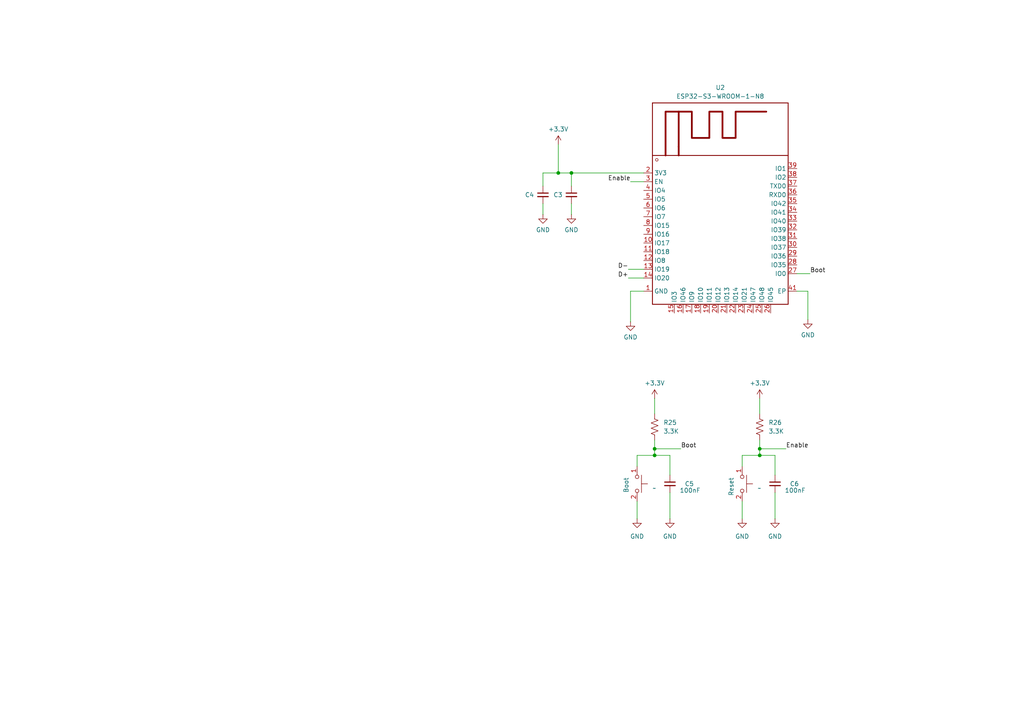
<source format=kicad_sch>
(kicad_sch
	(version 20250114)
	(generator "eeschema")
	(generator_version "9.0")
	(uuid "eb996678-a12a-498b-a94b-0188612896e1")
	(paper "A4")
	(lib_symbols
		(symbol "Device:C_Small"
			(pin_numbers
				(hide yes)
			)
			(pin_names
				(offset 0.254)
				(hide yes)
			)
			(exclude_from_sim no)
			(in_bom yes)
			(on_board yes)
			(property "Reference" "C"
				(at 0.254 1.778 0)
				(effects
					(font
						(size 1.27 1.27)
					)
					(justify left)
				)
			)
			(property "Value" "C_Small"
				(at 0.254 -2.032 0)
				(effects
					(font
						(size 1.27 1.27)
					)
					(justify left)
				)
			)
			(property "Footprint" ""
				(at 0 0 0)
				(effects
					(font
						(size 1.27 1.27)
					)
					(hide yes)
				)
			)
			(property "Datasheet" "~"
				(at 0 0 0)
				(effects
					(font
						(size 1.27 1.27)
					)
					(hide yes)
				)
			)
			(property "Description" "Unpolarized capacitor, small symbol"
				(at 0 0 0)
				(effects
					(font
						(size 1.27 1.27)
					)
					(hide yes)
				)
			)
			(property "ki_keywords" "capacitor cap"
				(at 0 0 0)
				(effects
					(font
						(size 1.27 1.27)
					)
					(hide yes)
				)
			)
			(property "ki_fp_filters" "C_*"
				(at 0 0 0)
				(effects
					(font
						(size 1.27 1.27)
					)
					(hide yes)
				)
			)
			(symbol "C_Small_0_1"
				(polyline
					(pts
						(xy -1.524 0.508) (xy 1.524 0.508)
					)
					(stroke
						(width 0.3048)
						(type default)
					)
					(fill
						(type none)
					)
				)
				(polyline
					(pts
						(xy -1.524 -0.508) (xy 1.524 -0.508)
					)
					(stroke
						(width 0.3302)
						(type default)
					)
					(fill
						(type none)
					)
				)
			)
			(symbol "C_Small_1_1"
				(pin passive line
					(at 0 2.54 270)
					(length 2.032)
					(name "~"
						(effects
							(font
								(size 1.27 1.27)
							)
						)
					)
					(number "1"
						(effects
							(font
								(size 1.27 1.27)
							)
						)
					)
				)
				(pin passive line
					(at 0 -2.54 90)
					(length 2.032)
					(name "~"
						(effects
							(font
								(size 1.27 1.27)
							)
						)
					)
					(number "2"
						(effects
							(font
								(size 1.27 1.27)
							)
						)
					)
				)
			)
			(embedded_fonts no)
		)
		(symbol "Device:R_US"
			(pin_numbers
				(hide yes)
			)
			(pin_names
				(offset 0)
			)
			(exclude_from_sim no)
			(in_bom yes)
			(on_board yes)
			(property "Reference" "R"
				(at 2.54 0 90)
				(effects
					(font
						(size 1.27 1.27)
					)
				)
			)
			(property "Value" "R_US"
				(at -2.54 0 90)
				(effects
					(font
						(size 1.27 1.27)
					)
				)
			)
			(property "Footprint" ""
				(at 1.016 -0.254 90)
				(effects
					(font
						(size 1.27 1.27)
					)
					(hide yes)
				)
			)
			(property "Datasheet" "~"
				(at 0 0 0)
				(effects
					(font
						(size 1.27 1.27)
					)
					(hide yes)
				)
			)
			(property "Description" "Resistor, US symbol"
				(at 0 0 0)
				(effects
					(font
						(size 1.27 1.27)
					)
					(hide yes)
				)
			)
			(property "ki_keywords" "R res resistor"
				(at 0 0 0)
				(effects
					(font
						(size 1.27 1.27)
					)
					(hide yes)
				)
			)
			(property "ki_fp_filters" "R_*"
				(at 0 0 0)
				(effects
					(font
						(size 1.27 1.27)
					)
					(hide yes)
				)
			)
			(symbol "R_US_0_1"
				(polyline
					(pts
						(xy 0 2.286) (xy 0 2.54)
					)
					(stroke
						(width 0)
						(type default)
					)
					(fill
						(type none)
					)
				)
				(polyline
					(pts
						(xy 0 2.286) (xy 1.016 1.905) (xy 0 1.524) (xy -1.016 1.143) (xy 0 0.762)
					)
					(stroke
						(width 0)
						(type default)
					)
					(fill
						(type none)
					)
				)
				(polyline
					(pts
						(xy 0 0.762) (xy 1.016 0.381) (xy 0 0) (xy -1.016 -0.381) (xy 0 -0.762)
					)
					(stroke
						(width 0)
						(type default)
					)
					(fill
						(type none)
					)
				)
				(polyline
					(pts
						(xy 0 -0.762) (xy 1.016 -1.143) (xy 0 -1.524) (xy -1.016 -1.905) (xy 0 -2.286)
					)
					(stroke
						(width 0)
						(type default)
					)
					(fill
						(type none)
					)
				)
				(polyline
					(pts
						(xy 0 -2.286) (xy 0 -2.54)
					)
					(stroke
						(width 0)
						(type default)
					)
					(fill
						(type none)
					)
				)
			)
			(symbol "R_US_1_1"
				(pin passive line
					(at 0 3.81 270)
					(length 1.27)
					(name "~"
						(effects
							(font
								(size 1.27 1.27)
							)
						)
					)
					(number "1"
						(effects
							(font
								(size 1.27 1.27)
							)
						)
					)
				)
				(pin passive line
					(at 0 -3.81 90)
					(length 1.27)
					(name "~"
						(effects
							(font
								(size 1.27 1.27)
							)
						)
					)
					(number "2"
						(effects
							(font
								(size 1.27 1.27)
							)
						)
					)
				)
			)
			(embedded_fonts no)
		)
		(symbol "JuanDavid_Library:ESP32-S3-WROOM-1-N8"
			(exclude_from_sim no)
			(in_bom yes)
			(on_board yes)
			(property "Reference" "U"
				(at 1.905 34.29 0)
				(effects
					(font
						(size 1.27 1.27)
					)
				)
			)
			(property "Value" "ESP32-S3-WROOM-1-N8"
				(at 0.635 -43.18 0)
				(effects
					(font
						(size 1.27 1.27)
					)
				)
			)
			(property "Footprint" "JuanDavid_Library:WIFIM-SMD_ESP32-S3-WROOM-1-N8"
				(at 0.635 -45.72 0)
				(effects
					(font
						(size 1.27 1.27)
					)
					(hide yes)
				)
			)
			(property "Datasheet" ""
				(at 0 0 0)
				(effects
					(font
						(size 1.27 1.27)
					)
					(hide yes)
				)
			)
			(property "Description" ""
				(at 0 0 0)
				(effects
					(font
						(size 1.27 1.27)
					)
					(hide yes)
				)
			)
			(property "LCSC Part" "C2913198"
				(at 0.635 -48.26 0)
				(effects
					(font
						(size 1.27 1.27)
					)
					(hide yes)
				)
			)
			(symbol "ESP32-S3-WROOM-1-N8_0_1"
				(circle
					(center -19.05 13.97)
					(radius 0.38)
					(stroke
						(width 0)
						(type default)
					)
					(fill
						(type none)
					)
				)
				(pin unspecified line
					(at -22.86 10.16 0)
					(length 2.54)
					(name "3V3"
						(effects
							(font
								(size 1.27 1.27)
							)
						)
					)
					(number "2"
						(effects
							(font
								(size 1.27 1.27)
							)
						)
					)
				)
				(pin unspecified line
					(at -22.86 7.62 0)
					(length 2.54)
					(name "EN"
						(effects
							(font
								(size 1.27 1.27)
							)
						)
					)
					(number "3"
						(effects
							(font
								(size 1.27 1.27)
							)
						)
					)
				)
				(pin unspecified line
					(at -22.86 5.08 0)
					(length 2.54)
					(name "IO4"
						(effects
							(font
								(size 1.27 1.27)
							)
						)
					)
					(number "4"
						(effects
							(font
								(size 1.27 1.27)
							)
						)
					)
				)
				(pin unspecified line
					(at -22.86 2.54 0)
					(length 2.54)
					(name "IO5"
						(effects
							(font
								(size 1.27 1.27)
							)
						)
					)
					(number "5"
						(effects
							(font
								(size 1.27 1.27)
							)
						)
					)
				)
				(pin unspecified line
					(at -22.86 0 0)
					(length 2.54)
					(name "IO6"
						(effects
							(font
								(size 1.27 1.27)
							)
						)
					)
					(number "6"
						(effects
							(font
								(size 1.27 1.27)
							)
						)
					)
				)
				(pin unspecified line
					(at -22.86 -2.54 0)
					(length 2.54)
					(name "IO7"
						(effects
							(font
								(size 1.27 1.27)
							)
						)
					)
					(number "7"
						(effects
							(font
								(size 1.27 1.27)
							)
						)
					)
				)
				(pin unspecified line
					(at -22.86 -5.08 0)
					(length 2.54)
					(name "IO15"
						(effects
							(font
								(size 1.27 1.27)
							)
						)
					)
					(number "8"
						(effects
							(font
								(size 1.27 1.27)
							)
						)
					)
				)
				(pin unspecified line
					(at -22.86 -7.62 0)
					(length 2.54)
					(name "IO16"
						(effects
							(font
								(size 1.27 1.27)
							)
						)
					)
					(number "9"
						(effects
							(font
								(size 1.27 1.27)
							)
						)
					)
				)
				(pin unspecified line
					(at -22.86 -10.16 0)
					(length 2.54)
					(name "IO17"
						(effects
							(font
								(size 1.27 1.27)
							)
						)
					)
					(number "10"
						(effects
							(font
								(size 1.27 1.27)
							)
						)
					)
				)
				(pin unspecified line
					(at -22.86 -12.7 0)
					(length 2.54)
					(name "IO18"
						(effects
							(font
								(size 1.27 1.27)
							)
						)
					)
					(number "11"
						(effects
							(font
								(size 1.27 1.27)
							)
						)
					)
				)
				(pin unspecified line
					(at -22.86 -15.24 0)
					(length 2.54)
					(name "IO8"
						(effects
							(font
								(size 1.27 1.27)
							)
						)
					)
					(number "12"
						(effects
							(font
								(size 1.27 1.27)
							)
						)
					)
				)
				(pin unspecified line
					(at -22.86 -17.78 0)
					(length 2.54)
					(name "IO19"
						(effects
							(font
								(size 1.27 1.27)
							)
						)
					)
					(number "13"
						(effects
							(font
								(size 1.27 1.27)
							)
						)
					)
				)
				(pin unspecified line
					(at -22.86 -20.32 0)
					(length 2.54)
					(name "IO20"
						(effects
							(font
								(size 1.27 1.27)
							)
						)
					)
					(number "14"
						(effects
							(font
								(size 1.27 1.27)
							)
						)
					)
				)
				(pin unspecified line
					(at -22.86 -24.13 0)
					(length 2.54)
					(name "GND"
						(effects
							(font
								(size 1.27 1.27)
							)
						)
					)
					(number "1"
						(effects
							(font
								(size 1.27 1.27)
							)
						)
					)
				)
				(pin unspecified line
					(at -13.97 -30.48 90)
					(length 2.54)
					(name "IO3"
						(effects
							(font
								(size 1.27 1.27)
							)
						)
					)
					(number "15"
						(effects
							(font
								(size 1.27 1.27)
							)
						)
					)
				)
				(pin unspecified line
					(at -11.43 -30.48 90)
					(length 2.54)
					(name "IO46"
						(effects
							(font
								(size 1.27 1.27)
							)
						)
					)
					(number "16"
						(effects
							(font
								(size 1.27 1.27)
							)
						)
					)
				)
				(pin unspecified line
					(at -8.89 -30.48 90)
					(length 2.54)
					(name "IO9"
						(effects
							(font
								(size 1.27 1.27)
							)
						)
					)
					(number "17"
						(effects
							(font
								(size 1.27 1.27)
							)
						)
					)
				)
				(pin unspecified line
					(at -6.35 -30.48 90)
					(length 2.54)
					(name "IO10"
						(effects
							(font
								(size 1.27 1.27)
							)
						)
					)
					(number "18"
						(effects
							(font
								(size 1.27 1.27)
							)
						)
					)
				)
				(pin unspecified line
					(at -3.81 -30.48 90)
					(length 2.54)
					(name "IO11"
						(effects
							(font
								(size 1.27 1.27)
							)
						)
					)
					(number "19"
						(effects
							(font
								(size 1.27 1.27)
							)
						)
					)
				)
				(pin unspecified line
					(at -1.27 -30.48 90)
					(length 2.54)
					(name "IO12"
						(effects
							(font
								(size 1.27 1.27)
							)
						)
					)
					(number "20"
						(effects
							(font
								(size 1.27 1.27)
							)
						)
					)
				)
				(pin unspecified line
					(at 1.27 -30.48 90)
					(length 2.54)
					(name "IO13"
						(effects
							(font
								(size 1.27 1.27)
							)
						)
					)
					(number "21"
						(effects
							(font
								(size 1.27 1.27)
							)
						)
					)
				)
				(pin unspecified line
					(at 3.81 -30.48 90)
					(length 2.54)
					(name "IO14"
						(effects
							(font
								(size 1.27 1.27)
							)
						)
					)
					(number "22"
						(effects
							(font
								(size 1.27 1.27)
							)
						)
					)
				)
				(pin unspecified line
					(at 6.35 -30.48 90)
					(length 2.54)
					(name "IO21"
						(effects
							(font
								(size 1.27 1.27)
							)
						)
					)
					(number "23"
						(effects
							(font
								(size 1.27 1.27)
							)
						)
					)
				)
				(pin unspecified line
					(at 8.89 -30.48 90)
					(length 2.54)
					(name "IO47"
						(effects
							(font
								(size 1.27 1.27)
							)
						)
					)
					(number "24"
						(effects
							(font
								(size 1.27 1.27)
							)
						)
					)
				)
				(pin unspecified line
					(at 11.43 -30.48 90)
					(length 2.54)
					(name "IO48"
						(effects
							(font
								(size 1.27 1.27)
							)
						)
					)
					(number "25"
						(effects
							(font
								(size 1.27 1.27)
							)
						)
					)
				)
				(pin unspecified line
					(at 13.97 -30.48 90)
					(length 2.54)
					(name "IO45"
						(effects
							(font
								(size 1.27 1.27)
							)
						)
					)
					(number "26"
						(effects
							(font
								(size 1.27 1.27)
							)
						)
					)
				)
				(pin unspecified line
					(at 21.59 11.43 180)
					(length 2.54)
					(name "IO1"
						(effects
							(font
								(size 1.27 1.27)
							)
						)
					)
					(number "39"
						(effects
							(font
								(size 1.27 1.27)
							)
						)
					)
				)
				(pin unspecified line
					(at 21.59 8.89 180)
					(length 2.54)
					(name "IO2"
						(effects
							(font
								(size 1.27 1.27)
							)
						)
					)
					(number "38"
						(effects
							(font
								(size 1.27 1.27)
							)
						)
					)
				)
				(pin unspecified line
					(at 21.59 6.35 180)
					(length 2.54)
					(name "TXD0"
						(effects
							(font
								(size 1.27 1.27)
							)
						)
					)
					(number "37"
						(effects
							(font
								(size 1.27 1.27)
							)
						)
					)
				)
				(pin unspecified line
					(at 21.59 3.81 180)
					(length 2.54)
					(name "RXD0"
						(effects
							(font
								(size 1.27 1.27)
							)
						)
					)
					(number "36"
						(effects
							(font
								(size 1.27 1.27)
							)
						)
					)
				)
				(pin unspecified line
					(at 21.59 1.27 180)
					(length 2.54)
					(name "IO42"
						(effects
							(font
								(size 1.27 1.27)
							)
						)
					)
					(number "35"
						(effects
							(font
								(size 1.27 1.27)
							)
						)
					)
				)
				(pin unspecified line
					(at 21.59 -1.27 180)
					(length 2.54)
					(name "IO41"
						(effects
							(font
								(size 1.27 1.27)
							)
						)
					)
					(number "34"
						(effects
							(font
								(size 1.27 1.27)
							)
						)
					)
				)
				(pin unspecified line
					(at 21.59 -3.81 180)
					(length 2.54)
					(name "IO40"
						(effects
							(font
								(size 1.27 1.27)
							)
						)
					)
					(number "33"
						(effects
							(font
								(size 1.27 1.27)
							)
						)
					)
				)
				(pin unspecified line
					(at 21.59 -6.35 180)
					(length 2.54)
					(name "IO39"
						(effects
							(font
								(size 1.27 1.27)
							)
						)
					)
					(number "32"
						(effects
							(font
								(size 1.27 1.27)
							)
						)
					)
				)
				(pin unspecified line
					(at 21.59 -8.89 180)
					(length 2.54)
					(name "IO38"
						(effects
							(font
								(size 1.27 1.27)
							)
						)
					)
					(number "31"
						(effects
							(font
								(size 1.27 1.27)
							)
						)
					)
				)
				(pin unspecified line
					(at 21.59 -11.43 180)
					(length 2.54)
					(name "IO37"
						(effects
							(font
								(size 1.27 1.27)
							)
						)
					)
					(number "30"
						(effects
							(font
								(size 1.27 1.27)
							)
						)
					)
				)
				(pin unspecified line
					(at 21.59 -13.97 180)
					(length 2.54)
					(name "IO36"
						(effects
							(font
								(size 1.27 1.27)
							)
						)
					)
					(number "29"
						(effects
							(font
								(size 1.27 1.27)
							)
						)
					)
				)
				(pin unspecified line
					(at 21.59 -16.51 180)
					(length 2.54)
					(name "IO35"
						(effects
							(font
								(size 1.27 1.27)
							)
						)
					)
					(number "28"
						(effects
							(font
								(size 1.27 1.27)
							)
						)
					)
				)
				(pin unspecified line
					(at 21.59 -19.05 180)
					(length 2.54)
					(name "IO0"
						(effects
							(font
								(size 1.27 1.27)
							)
						)
					)
					(number "27"
						(effects
							(font
								(size 1.27 1.27)
							)
						)
					)
				)
				(pin unspecified line
					(at 21.59 -24.13 180)
					(length 2.54)
					(name "EP"
						(effects
							(font
								(size 1.27 1.27)
							)
						)
					)
					(number "41"
						(effects
							(font
								(size 1.27 1.27)
							)
						)
					)
				)
			)
			(symbol "ESP32-S3-WROOM-1-N8_1_1"
				(rectangle
					(start -20.32 30.48)
					(end 19.05 -27.94)
					(stroke
						(width 0.254)
						(type solid)
					)
					(fill
						(type none)
					)
				)
				(polyline
					(pts
						(xy -20.32 15.24) (xy 19.05 15.24)
					)
					(stroke
						(width 0.254)
						(type solid)
					)
					(fill
						(type none)
					)
				)
				(polyline
					(pts
						(xy -16.51 15.24) (xy -16.51 27.94) (xy -8.89 27.94) (xy -8.89 20.32) (xy -3.81 20.32) (xy -3.81 27.94)
						(xy 0 27.94) (xy 0 20.32) (xy 3.81 20.32) (xy 3.81 27.94) (xy 12.7 27.94)
					)
					(stroke
						(width 0.508)
						(type solid)
					)
					(fill
						(type none)
					)
				)
				(polyline
					(pts
						(xy -12.7 17.78) (xy -12.7 27.94)
					)
					(stroke
						(width 0.508)
						(type solid)
					)
					(fill
						(type none)
					)
				)
				(polyline
					(pts
						(xy -12.7 17.78) (xy -12.7 15.24)
					)
					(stroke
						(width 0.508)
						(type solid)
					)
					(fill
						(type none)
					)
				)
				(pin unspecified line
					(at -22.86 -24.13 0)
					(length 2.54)
					(hide yes)
					(name "GND"
						(effects
							(font
								(size 1.27 1.27)
							)
						)
					)
					(number "40"
						(effects
							(font
								(size 1.27 1.27)
							)
						)
					)
				)
			)
			(embedded_fonts no)
		)
		(symbol "JuanDavid_Library:SlimButton"
			(exclude_from_sim no)
			(in_bom yes)
			(on_board yes)
			(property "Reference" "B"
				(at 0 5.08 0)
				(effects
					(font
						(size 1.27 1.27)
					)
				)
			)
			(property "Value" ""
				(at 0 0 0)
				(effects
					(font
						(size 1.27 1.27)
					)
				)
			)
			(property "Footprint" "JuanDavid_Library:SW-SMD_L3.9-W2.9-LS4.8"
				(at 2.54 -2.54 0)
				(effects
					(font
						(size 1.27 1.27)
					)
					(hide yes)
				)
			)
			(property "Datasheet" ""
				(at 0 0 0)
				(effects
					(font
						(size 1.27 1.27)
					)
					(hide yes)
				)
			)
			(property "Description" "No Without 50mA 3.9mm 100MΩ 100,000 Times 12V 400gf 2.9mm 2mm Round Button Brick nogging SPST SMD Tactile Switches ROHS"
				(at 2.54 -7.62 0)
				(effects
					(font
						(size 1.27 1.27)
					)
					(hide yes)
				)
			)
			(property "LCSC Part" "C2837082"
				(at 0 -5.08 0)
				(effects
					(font
						(size 1.27 1.27)
					)
					(hide yes)
				)
			)
			(property "Name" "GT-TC029D-H020-L1"
				(at 1.27 -10.16 0)
				(effects
					(font
						(size 1.27 1.27)
					)
					(hide yes)
				)
			)
			(symbol "SlimButton_0_1"
				(circle
					(center -2.032 0)
					(radius 0.508)
					(stroke
						(width 0)
						(type default)
					)
					(fill
						(type none)
					)
				)
				(polyline
					(pts
						(xy 0 1.27) (xy 0 3.048)
					)
					(stroke
						(width 0)
						(type default)
					)
					(fill
						(type none)
					)
				)
				(circle
					(center 2.032 0)
					(radius 0.508)
					(stroke
						(width 0)
						(type default)
					)
					(fill
						(type none)
					)
				)
				(polyline
					(pts
						(xy 2.54 1.27) (xy -2.54 1.27)
					)
					(stroke
						(width 0)
						(type default)
					)
					(fill
						(type none)
					)
				)
			)
			(symbol "SlimButton_1_1"
				(pin passive line
					(at -5.08 0 0)
					(length 2.54)
					(name ""
						(effects
							(font
								(size 1.27 1.27)
							)
						)
					)
					(number "1"
						(effects
							(font
								(size 1.27 1.27)
							)
						)
					)
				)
				(pin passive line
					(at 5.08 0 180)
					(length 2.54)
					(name ""
						(effects
							(font
								(size 1.27 1.27)
							)
						)
					)
					(number "2"
						(effects
							(font
								(size 1.27 1.27)
							)
						)
					)
				)
			)
			(embedded_fonts no)
		)
		(symbol "power:+3.3V"
			(power)
			(pin_numbers
				(hide yes)
			)
			(pin_names
				(offset 0)
				(hide yes)
			)
			(exclude_from_sim no)
			(in_bom yes)
			(on_board yes)
			(property "Reference" "#PWR"
				(at 0 -3.81 0)
				(effects
					(font
						(size 1.27 1.27)
					)
					(hide yes)
				)
			)
			(property "Value" "+3.3V"
				(at 0 3.556 0)
				(effects
					(font
						(size 1.27 1.27)
					)
				)
			)
			(property "Footprint" ""
				(at 0 0 0)
				(effects
					(font
						(size 1.27 1.27)
					)
					(hide yes)
				)
			)
			(property "Datasheet" ""
				(at 0 0 0)
				(effects
					(font
						(size 1.27 1.27)
					)
					(hide yes)
				)
			)
			(property "Description" "Power symbol creates a global label with name \"+3.3V\""
				(at 0 0 0)
				(effects
					(font
						(size 1.27 1.27)
					)
					(hide yes)
				)
			)
			(property "ki_keywords" "global power"
				(at 0 0 0)
				(effects
					(font
						(size 1.27 1.27)
					)
					(hide yes)
				)
			)
			(symbol "+3.3V_0_1"
				(polyline
					(pts
						(xy -0.762 1.27) (xy 0 2.54)
					)
					(stroke
						(width 0)
						(type default)
					)
					(fill
						(type none)
					)
				)
				(polyline
					(pts
						(xy 0 2.54) (xy 0.762 1.27)
					)
					(stroke
						(width 0)
						(type default)
					)
					(fill
						(type none)
					)
				)
				(polyline
					(pts
						(xy 0 0) (xy 0 2.54)
					)
					(stroke
						(width 0)
						(type default)
					)
					(fill
						(type none)
					)
				)
			)
			(symbol "+3.3V_1_1"
				(pin power_in line
					(at 0 0 90)
					(length 0)
					(name "~"
						(effects
							(font
								(size 1.27 1.27)
							)
						)
					)
					(number "1"
						(effects
							(font
								(size 1.27 1.27)
							)
						)
					)
				)
			)
			(embedded_fonts no)
		)
		(symbol "power:GND"
			(power)
			(pin_numbers
				(hide yes)
			)
			(pin_names
				(offset 0)
				(hide yes)
			)
			(exclude_from_sim no)
			(in_bom yes)
			(on_board yes)
			(property "Reference" "#PWR"
				(at 0 -6.35 0)
				(effects
					(font
						(size 1.27 1.27)
					)
					(hide yes)
				)
			)
			(property "Value" "GND"
				(at 0 -3.81 0)
				(effects
					(font
						(size 1.27 1.27)
					)
				)
			)
			(property "Footprint" ""
				(at 0 0 0)
				(effects
					(font
						(size 1.27 1.27)
					)
					(hide yes)
				)
			)
			(property "Datasheet" ""
				(at 0 0 0)
				(effects
					(font
						(size 1.27 1.27)
					)
					(hide yes)
				)
			)
			(property "Description" "Power symbol creates a global label with name \"GND\" , ground"
				(at 0 0 0)
				(effects
					(font
						(size 1.27 1.27)
					)
					(hide yes)
				)
			)
			(property "ki_keywords" "global power"
				(at 0 0 0)
				(effects
					(font
						(size 1.27 1.27)
					)
					(hide yes)
				)
			)
			(symbol "GND_0_1"
				(polyline
					(pts
						(xy 0 0) (xy 0 -1.27) (xy 1.27 -1.27) (xy 0 -2.54) (xy -1.27 -1.27) (xy 0 -1.27)
					)
					(stroke
						(width 0)
						(type default)
					)
					(fill
						(type none)
					)
				)
			)
			(symbol "GND_1_1"
				(pin power_in line
					(at 0 0 270)
					(length 0)
					(name "~"
						(effects
							(font
								(size 1.27 1.27)
							)
						)
					)
					(number "1"
						(effects
							(font
								(size 1.27 1.27)
							)
						)
					)
				)
			)
			(embedded_fonts no)
		)
	)
	(junction
		(at 165.735 50.165)
		(diameter 0)
		(color 0 0 0 0)
		(uuid "27691387-b999-45fe-85d8-a54fc7da77df")
	)
	(junction
		(at 220.345 132.08)
		(diameter 0)
		(color 0 0 0 0)
		(uuid "6d192a1d-075e-4505-b545-d5e2724be41e")
	)
	(junction
		(at 189.865 130.175)
		(diameter 0)
		(color 0 0 0 0)
		(uuid "6e48e214-c09c-4de3-a40d-688adc402fa2")
	)
	(junction
		(at 189.865 132.08)
		(diameter 0)
		(color 0 0 0 0)
		(uuid "d53f8396-3ed6-4d6d-a7e4-446742cd46cd")
	)
	(junction
		(at 220.345 130.175)
		(diameter 0)
		(color 0 0 0 0)
		(uuid "ea47ce79-068e-49ba-a7cb-abb46b51aa6a")
	)
	(junction
		(at 161.925 50.165)
		(diameter 0)
		(color 0 0 0 0)
		(uuid "ec48197f-30a5-4d5e-8fb1-8ecb7c46b96b")
	)
	(wire
		(pts
			(xy 215.265 145.415) (xy 215.265 150.495)
		)
		(stroke
			(width 0)
			(type default)
		)
		(uuid "0d3bb749-b5c1-427c-a4ee-df5c89577e97")
	)
	(wire
		(pts
			(xy 165.735 59.055) (xy 165.735 62.23)
		)
		(stroke
			(width 0)
			(type default)
		)
		(uuid "0d46d7b6-850e-4f68-8765-384c3b720cc7")
	)
	(wire
		(pts
			(xy 220.345 132.08) (xy 224.79 132.08)
		)
		(stroke
			(width 0)
			(type default)
		)
		(uuid "1648e0c0-021a-4fb5-9df2-9bb7a66167a0")
	)
	(wire
		(pts
			(xy 224.79 142.875) (xy 224.79 150.495)
		)
		(stroke
			(width 0)
			(type default)
		)
		(uuid "1c40120e-a6c9-421e-8a2b-bef65300f920")
	)
	(wire
		(pts
			(xy 220.345 132.08) (xy 215.265 132.08)
		)
		(stroke
			(width 0)
			(type default)
		)
		(uuid "1cec33fe-b91e-499a-89d9-bc7c14d275c5")
	)
	(wire
		(pts
			(xy 182.245 78.105) (xy 186.69 78.105)
		)
		(stroke
			(width 0)
			(type default)
		)
		(uuid "1e664b63-20ea-4046-b893-e7e3691f0318")
	)
	(wire
		(pts
			(xy 161.925 41.91) (xy 161.925 50.165)
		)
		(stroke
			(width 0)
			(type default)
		)
		(uuid "1f743c66-5bf8-430a-aa9b-0d1860b71255")
	)
	(wire
		(pts
			(xy 165.735 50.165) (xy 165.735 53.975)
		)
		(stroke
			(width 0)
			(type default)
		)
		(uuid "212a4930-23f9-491b-85ef-5c07eadf2f07")
	)
	(wire
		(pts
			(xy 220.345 130.175) (xy 220.345 132.08)
		)
		(stroke
			(width 0)
			(type default)
		)
		(uuid "230ccf40-f53a-47e4-8765-415c06605dbb")
	)
	(wire
		(pts
			(xy 220.345 130.175) (xy 227.965 130.175)
		)
		(stroke
			(width 0)
			(type default)
		)
		(uuid "235281b8-ade2-43c4-9e2d-b298419ad8fe")
	)
	(wire
		(pts
			(xy 182.88 84.455) (xy 182.88 93.345)
		)
		(stroke
			(width 0)
			(type default)
		)
		(uuid "2f3ef47b-64c4-49e2-b690-60e4e22c6941")
	)
	(wire
		(pts
			(xy 231.14 84.455) (xy 234.315 84.455)
		)
		(stroke
			(width 0)
			(type default)
		)
		(uuid "2fe94e97-a6c8-475d-abef-15b9af7475c0")
	)
	(wire
		(pts
			(xy 220.345 127.635) (xy 220.345 130.175)
		)
		(stroke
			(width 0)
			(type default)
		)
		(uuid "37a11f1a-6f85-4df1-b1ef-d0054678e9c9")
	)
	(wire
		(pts
			(xy 220.345 115.57) (xy 220.345 120.015)
		)
		(stroke
			(width 0)
			(type default)
		)
		(uuid "474e503a-4171-4b9b-9c1c-a544e65c9788")
	)
	(wire
		(pts
			(xy 189.865 130.175) (xy 197.485 130.175)
		)
		(stroke
			(width 0)
			(type default)
		)
		(uuid "517436c7-bd38-42f7-b504-653e8ea8d8d8")
	)
	(wire
		(pts
			(xy 182.88 52.705) (xy 186.69 52.705)
		)
		(stroke
			(width 0)
			(type default)
		)
		(uuid "62bb79e9-46eb-43bc-8161-b56e6a3b4130")
	)
	(wire
		(pts
			(xy 161.925 50.165) (xy 165.735 50.165)
		)
		(stroke
			(width 0)
			(type default)
		)
		(uuid "6c6e4fda-6e11-4910-ab92-ae6c98047533")
	)
	(wire
		(pts
			(xy 157.48 59.055) (xy 157.48 62.23)
		)
		(stroke
			(width 0)
			(type default)
		)
		(uuid "7114c17e-d316-49c7-889f-5e927ebbc5df")
	)
	(wire
		(pts
			(xy 157.48 53.975) (xy 157.48 50.165)
		)
		(stroke
			(width 0)
			(type default)
		)
		(uuid "745109d1-e6ff-48c5-a887-a397bc909cc8")
	)
	(wire
		(pts
			(xy 184.785 132.08) (xy 184.785 135.255)
		)
		(stroke
			(width 0)
			(type default)
		)
		(uuid "79fa8352-0362-491b-a42d-8512a41e3d31")
	)
	(wire
		(pts
			(xy 186.69 84.455) (xy 182.88 84.455)
		)
		(stroke
			(width 0)
			(type default)
		)
		(uuid "7bbc1b79-64ce-4240-8809-e95dfef10911")
	)
	(wire
		(pts
			(xy 189.865 132.08) (xy 194.31 132.08)
		)
		(stroke
			(width 0)
			(type default)
		)
		(uuid "7ca464e3-2bd7-4cdb-8f25-db0df4dca81c")
	)
	(wire
		(pts
			(xy 234.315 84.455) (xy 234.315 92.71)
		)
		(stroke
			(width 0)
			(type default)
		)
		(uuid "83c59983-5b66-44fd-b678-4c84f774ad31")
	)
	(wire
		(pts
			(xy 189.865 130.175) (xy 189.865 132.08)
		)
		(stroke
			(width 0)
			(type default)
		)
		(uuid "8500dbea-9be4-4656-928a-881d141affc7")
	)
	(wire
		(pts
			(xy 215.265 132.08) (xy 215.265 135.255)
		)
		(stroke
			(width 0)
			(type default)
		)
		(uuid "9a5bca5f-5cf5-4843-90cf-e76bdf01128f")
	)
	(wire
		(pts
			(xy 161.925 50.165) (xy 157.48 50.165)
		)
		(stroke
			(width 0)
			(type default)
		)
		(uuid "9f441698-e553-4956-858f-2c4129377bea")
	)
	(wire
		(pts
			(xy 182.245 80.645) (xy 186.69 80.645)
		)
		(stroke
			(width 0)
			(type default)
		)
		(uuid "a52759a4-e48f-426e-9dd9-2e1407164dc6")
	)
	(wire
		(pts
			(xy 165.735 50.165) (xy 186.69 50.165)
		)
		(stroke
			(width 0)
			(type default)
		)
		(uuid "a706d37e-6fc8-4d1a-b09b-66788d3711a2")
	)
	(wire
		(pts
			(xy 194.31 137.795) (xy 194.31 132.08)
		)
		(stroke
			(width 0)
			(type default)
		)
		(uuid "ae7f0901-2963-4442-9392-ecc6c3e7cf99")
	)
	(wire
		(pts
			(xy 189.865 115.57) (xy 189.865 120.015)
		)
		(stroke
			(width 0)
			(type default)
		)
		(uuid "bd32fcde-16ef-4157-9370-2d949ac24395")
	)
	(wire
		(pts
			(xy 224.79 137.795) (xy 224.79 132.08)
		)
		(stroke
			(width 0)
			(type default)
		)
		(uuid "c67d5bea-0434-465d-a223-eae66ed0a743")
	)
	(wire
		(pts
			(xy 189.865 127.635) (xy 189.865 130.175)
		)
		(stroke
			(width 0)
			(type default)
		)
		(uuid "c955c86e-45fb-47ab-bec2-5f9adacaf31b")
	)
	(wire
		(pts
			(xy 189.865 132.08) (xy 184.785 132.08)
		)
		(stroke
			(width 0)
			(type default)
		)
		(uuid "cd8c596c-bab8-4281-9884-1950bc6cd02f")
	)
	(wire
		(pts
			(xy 231.14 79.375) (xy 234.95 79.375)
		)
		(stroke
			(width 0)
			(type default)
		)
		(uuid "d3cc1bc8-7b95-4570-b420-7c2019f5d95f")
	)
	(wire
		(pts
			(xy 184.785 145.415) (xy 184.785 150.495)
		)
		(stroke
			(width 0)
			(type default)
		)
		(uuid "dc9a395d-3502-4688-83ae-5a6f115f3904")
	)
	(wire
		(pts
			(xy 194.31 142.875) (xy 194.31 150.495)
		)
		(stroke
			(width 0)
			(type default)
		)
		(uuid "f8f76886-0cd6-4d59-aaee-6d02c6ac9d1a")
	)
	(label "Boot"
		(at 197.485 130.175 0)
		(effects
			(font
				(size 1.27 1.27)
			)
			(justify left bottom)
		)
		(uuid "1d2e88df-bc0f-4523-9363-83f84ad49910")
	)
	(label "Enable"
		(at 182.88 52.705 180)
		(effects
			(font
				(size 1.27 1.27)
			)
			(justify right bottom)
		)
		(uuid "7f533864-f295-4e52-93d0-1e95f153481b")
	)
	(label "D-"
		(at 182.245 78.105 180)
		(effects
			(font
				(size 1.27 1.27)
			)
			(justify right bottom)
		)
		(uuid "bdfb5869-c17f-447c-9935-995c2da661f4")
	)
	(label "D+"
		(at 182.245 80.645 180)
		(effects
			(font
				(size 1.27 1.27)
			)
			(justify right bottom)
		)
		(uuid "f004c7fc-7ac7-43d8-b2a6-2f7df8f08e5a")
	)
	(label "Boot"
		(at 234.95 79.375 0)
		(effects
			(font
				(size 1.27 1.27)
			)
			(justify left bottom)
		)
		(uuid "f9b8ec4c-ccee-4a71-a33b-036e884ef94a")
	)
	(label "Enable"
		(at 227.965 130.175 0)
		(effects
			(font
				(size 1.27 1.27)
			)
			(justify left bottom)
		)
		(uuid "fb8382a2-591f-41e3-82a0-c6603e260699")
	)
	(symbol
		(lib_id "Device:C_Small")
		(at 224.79 140.335 0)
		(unit 1)
		(exclude_from_sim no)
		(in_bom yes)
		(on_board yes)
		(dnp no)
		(uuid "03536816-f970-478c-8f2a-6418059af2eb")
		(property "Reference" "C6"
			(at 231.775 140.335 0)
			(effects
				(font
					(size 1.27 1.27)
				)
				(justify right)
			)
		)
		(property "Value" "100nF"
			(at 233.68 142.24 0)
			(effects
				(font
					(size 1.27 1.27)
				)
				(justify right)
			)
		)
		(property "Footprint" ""
			(at 224.79 140.335 0)
			(effects
				(font
					(size 1.27 1.27)
				)
				(hide yes)
			)
		)
		(property "Datasheet" "~"
			(at 224.79 140.335 0)
			(effects
				(font
					(size 1.27 1.27)
				)
				(hide yes)
			)
		)
		(property "Description" "Unpolarized capacitor, small symbol"
			(at 224.79 140.335 0)
			(effects
				(font
					(size 1.27 1.27)
				)
				(hide yes)
			)
		)
		(pin "2"
			(uuid "4a1b5572-3000-4090-837e-106fb140b19c")
		)
		(pin "1"
			(uuid "fe71b82b-13ac-4e03-8745-b43d90357364")
		)
		(instances
			(project "testdelete"
				(path "/174e25dc-8871-455c-9bd2-c4546b03a3b5"
					(reference "C6")
					(unit 1)
				)
			)
		)
	)
	(symbol
		(lib_id "power:+3.3V")
		(at 220.345 115.57 0)
		(unit 1)
		(exclude_from_sim no)
		(in_bom yes)
		(on_board yes)
		(dnp no)
		(fields_autoplaced yes)
		(uuid "1076471d-d3ae-4f32-acf6-5934b1421080")
		(property "Reference" "#PWR07"
			(at 220.345 119.38 0)
			(effects
				(font
					(size 1.27 1.27)
				)
				(hide yes)
			)
		)
		(property "Value" "+3.3V"
			(at 220.345 111.125 0)
			(effects
				(font
					(size 1.27 1.27)
				)
			)
		)
		(property "Footprint" ""
			(at 220.345 115.57 0)
			(effects
				(font
					(size 1.27 1.27)
				)
				(hide yes)
			)
		)
		(property "Datasheet" ""
			(at 220.345 115.57 0)
			(effects
				(font
					(size 1.27 1.27)
				)
				(hide yes)
			)
		)
		(property "Description" "Power symbol creates a global label with name \"+3.3V\""
			(at 220.345 115.57 0)
			(effects
				(font
					(size 1.27 1.27)
				)
				(hide yes)
			)
		)
		(pin "1"
			(uuid "f071c98e-12b9-4d16-b2f7-e853e32b8cf3")
		)
		(instances
			(project "testdelete"
				(path "/174e25dc-8871-455c-9bd2-c4546b03a3b5"
					(reference "#PWR07")
					(unit 1)
				)
			)
		)
	)
	(symbol
		(lib_id "power:GND")
		(at 224.79 150.495 0)
		(unit 1)
		(exclude_from_sim no)
		(in_bom yes)
		(on_board yes)
		(dnp no)
		(fields_autoplaced yes)
		(uuid "1fd514bd-a091-4d43-8f04-f5ea1205b528")
		(property "Reference" "#PWR094"
			(at 224.79 156.845 0)
			(effects
				(font
					(size 1.27 1.27)
				)
				(hide yes)
			)
		)
		(property "Value" "GND"
			(at 224.79 155.575 0)
			(effects
				(font
					(size 1.27 1.27)
				)
			)
		)
		(property "Footprint" ""
			(at 224.79 150.495 0)
			(effects
				(font
					(size 1.27 1.27)
				)
				(hide yes)
			)
		)
		(property "Datasheet" ""
			(at 224.79 150.495 0)
			(effects
				(font
					(size 1.27 1.27)
				)
				(hide yes)
			)
		)
		(property "Description" "Power symbol creates a global label with name \"GND\" , ground"
			(at 224.79 150.495 0)
			(effects
				(font
					(size 1.27 1.27)
				)
				(hide yes)
			)
		)
		(pin "1"
			(uuid "25492462-050e-4d2f-8076-0e319dce9da3")
		)
		(instances
			(project "testdelete"
				(path "/174e25dc-8871-455c-9bd2-c4546b03a3b5"
					(reference "#PWR094")
					(unit 1)
				)
			)
		)
	)
	(symbol
		(lib_id "power:GND")
		(at 215.265 150.495 0)
		(unit 1)
		(exclude_from_sim no)
		(in_bom yes)
		(on_board yes)
		(dnp no)
		(fields_autoplaced yes)
		(uuid "2a9bd5f1-582e-4bfd-8e22-1bac7da7eedd")
		(property "Reference" "#PWR093"
			(at 215.265 156.845 0)
			(effects
				(font
					(size 1.27 1.27)
				)
				(hide yes)
			)
		)
		(property "Value" "GND"
			(at 215.265 155.575 0)
			(effects
				(font
					(size 1.27 1.27)
				)
			)
		)
		(property "Footprint" ""
			(at 215.265 150.495 0)
			(effects
				(font
					(size 1.27 1.27)
				)
				(hide yes)
			)
		)
		(property "Datasheet" ""
			(at 215.265 150.495 0)
			(effects
				(font
					(size 1.27 1.27)
				)
				(hide yes)
			)
		)
		(property "Description" "Power symbol creates a global label with name \"GND\" , ground"
			(at 215.265 150.495 0)
			(effects
				(font
					(size 1.27 1.27)
				)
				(hide yes)
			)
		)
		(pin "1"
			(uuid "3a0a8e70-08c9-4a80-ba83-fbd24ecce4c6")
		)
		(instances
			(project "testdelete"
				(path "/174e25dc-8871-455c-9bd2-c4546b03a3b5"
					(reference "#PWR093")
					(unit 1)
				)
			)
		)
	)
	(symbol
		(lib_id "power:GND")
		(at 157.48 62.23 0)
		(unit 1)
		(exclude_from_sim no)
		(in_bom yes)
		(on_board yes)
		(dnp no)
		(fields_autoplaced yes)
		(uuid "335ea258-6936-42fa-b7b8-74746d6b9f4b")
		(property "Reference" "#PWR01"
			(at 157.48 68.58 0)
			(effects
				(font
					(size 1.27 1.27)
				)
				(hide yes)
			)
		)
		(property "Value" "GND"
			(at 157.48 66.675 0)
			(effects
				(font
					(size 1.27 1.27)
				)
			)
		)
		(property "Footprint" ""
			(at 157.48 62.23 0)
			(effects
				(font
					(size 1.27 1.27)
				)
				(hide yes)
			)
		)
		(property "Datasheet" ""
			(at 157.48 62.23 0)
			(effects
				(font
					(size 1.27 1.27)
				)
				(hide yes)
			)
		)
		(property "Description" "Power symbol creates a global label with name \"GND\" , ground"
			(at 157.48 62.23 0)
			(effects
				(font
					(size 1.27 1.27)
				)
				(hide yes)
			)
		)
		(pin "1"
			(uuid "aadaf95a-08e9-4ed9-91e4-72439a1d0cff")
		)
		(instances
			(project "testdelete"
				(path "/174e25dc-8871-455c-9bd2-c4546b03a3b5"
					(reference "#PWR01")
					(unit 1)
				)
			)
		)
	)
	(symbol
		(lib_id "power:GND")
		(at 165.735 62.23 0)
		(unit 1)
		(exclude_from_sim no)
		(in_bom yes)
		(on_board yes)
		(dnp no)
		(fields_autoplaced yes)
		(uuid "34c089ed-997e-46c1-99ec-90e0bc76ce9b")
		(property "Reference" "#PWR02"
			(at 165.735 68.58 0)
			(effects
				(font
					(size 1.27 1.27)
				)
				(hide yes)
			)
		)
		(property "Value" "GND"
			(at 165.735 66.675 0)
			(effects
				(font
					(size 1.27 1.27)
				)
			)
		)
		(property "Footprint" ""
			(at 165.735 62.23 0)
			(effects
				(font
					(size 1.27 1.27)
				)
				(hide yes)
			)
		)
		(property "Datasheet" ""
			(at 165.735 62.23 0)
			(effects
				(font
					(size 1.27 1.27)
				)
				(hide yes)
			)
		)
		(property "Description" "Power symbol creates a global label with name \"GND\" , ground"
			(at 165.735 62.23 0)
			(effects
				(font
					(size 1.27 1.27)
				)
				(hide yes)
			)
		)
		(pin "1"
			(uuid "3420a4dc-e4ce-4289-959f-9cac8753d204")
		)
		(instances
			(project "testdelete"
				(path "/174e25dc-8871-455c-9bd2-c4546b03a3b5"
					(reference "#PWR02")
					(unit 1)
				)
			)
		)
	)
	(symbol
		(lib_id "JuanDavid_Library:ESP32-S3-WROOM-1-N8")
		(at 209.55 60.325 0)
		(unit 1)
		(exclude_from_sim no)
		(in_bom yes)
		(on_board yes)
		(dnp no)
		(fields_autoplaced yes)
		(uuid "34effc0b-166a-4dd0-94a1-25555b991fac")
		(property "Reference" "U2"
			(at 208.915 25.4 0)
			(effects
				(font
					(size 1.27 1.27)
				)
			)
		)
		(property "Value" "ESP32-S3-WROOM-1-N8"
			(at 208.915 27.94 0)
			(effects
				(font
					(size 1.27 1.27)
				)
			)
		)
		(property "Footprint" "JuanDavid_Library:WIFIM-SMD_ESP32-S3-WROOM-1-N8"
			(at 210.185 106.045 0)
			(effects
				(font
					(size 1.27 1.27)
				)
				(hide yes)
			)
		)
		(property "Datasheet" ""
			(at 209.55 60.325 0)
			(effects
				(font
					(size 1.27 1.27)
				)
				(hide yes)
			)
		)
		(property "Description" ""
			(at 209.55 60.325 0)
			(effects
				(font
					(size 1.27 1.27)
				)
				(hide yes)
			)
		)
		(property "LCSC Part" "C2913198"
			(at 210.185 108.585 0)
			(effects
				(font
					(size 1.27 1.27)
				)
				(hide yes)
			)
		)
		(pin "14"
			(uuid "c05f0766-9fbb-4bc2-b2b8-55c6a5f30e4c")
		)
		(pin "15"
			(uuid "06326008-c243-42bc-afe8-e20f55aabd61")
		)
		(pin "17"
			(uuid "c239b25d-5125-47ec-b2d3-3eb6077ef06a")
		)
		(pin "12"
			(uuid "ed6f76a0-597e-4869-a873-3afbe30662f3")
		)
		(pin "2"
			(uuid "fff8d3f7-0019-4566-a6ea-16f4d541fc52")
		)
		(pin "5"
			(uuid "c9907f4c-b9d7-4f95-a087-8e4db793d659")
		)
		(pin "8"
			(uuid "f18b6787-f8eb-4fb6-8bd2-e9b15143d9ca")
		)
		(pin "9"
			(uuid "852404f4-2cf5-4b64-b228-f1f6445761ec")
		)
		(pin "10"
			(uuid "2909d963-8a48-42f1-b901-47f67206cd0d")
		)
		(pin "3"
			(uuid "952c40f9-1727-414b-9d73-1b4da99d6055")
		)
		(pin "7"
			(uuid "06a7d068-a415-4e46-b0d8-f370190b53da")
		)
		(pin "6"
			(uuid "e3c1cb2c-c36c-4922-9af3-321819d22578")
		)
		(pin "11"
			(uuid "c8572462-86eb-4a5f-ac98-aa0f33dad0bc")
		)
		(pin "4"
			(uuid "3df2aa20-811e-4aa7-ab93-ab3100e3f3f6")
		)
		(pin "13"
			(uuid "ebadafc1-0fc2-4f1a-b6e7-e351622987bf")
		)
		(pin "1"
			(uuid "9e210170-2fc9-4fc5-8b0a-86411c1e5a1b")
		)
		(pin "16"
			(uuid "ec7481d6-d56c-4bfa-930e-cc9f5bc31e90")
		)
		(pin "22"
			(uuid "d3c58626-f5ce-4946-9b27-d0d36d53c50d")
		)
		(pin "33"
			(uuid "082e5ca8-e663-44dc-a6b4-f7f321eed673")
		)
		(pin "38"
			(uuid "3d6c31e1-a064-43f2-ad0e-59d5f6f82448")
		)
		(pin "18"
			(uuid "0f307195-678f-4a30-84ad-c940ada52f61")
		)
		(pin "34"
			(uuid "1f523e6c-1c3d-4d13-8434-88624833c436")
		)
		(pin "21"
			(uuid "362c23fa-657f-46d0-9994-0ebe98e47bcc")
		)
		(pin "26"
			(uuid "5f60829d-b4e4-4b33-b024-6bfd68d6f9a1")
		)
		(pin "35"
			(uuid "3fa711d3-8bcf-4137-b717-406809421741")
		)
		(pin "20"
			(uuid "1e197d94-4ac6-4b97-9ec7-b7fc659c5c99")
		)
		(pin "23"
			(uuid "ebf0a7f8-f928-493f-ac28-8b02c71fe49d")
		)
		(pin "19"
			(uuid "df2aa422-ae51-4d92-a08a-d9f2f5371455")
		)
		(pin "24"
			(uuid "c83e259d-daae-4d17-a776-dbb0b1f22147")
		)
		(pin "25"
			(uuid "e77b3d60-fbba-42c0-bea3-820d7274758b")
		)
		(pin "39"
			(uuid "b1d22824-596a-42e1-9979-93cb8de14841")
		)
		(pin "37"
			(uuid "850e0df0-7ca2-4dff-8a71-4f63afc155f9")
		)
		(pin "36"
			(uuid "0d6994f5-e2eb-4921-803b-050c4a80daf0")
		)
		(pin "32"
			(uuid "f51a0b34-df4d-4ad5-8d76-76a50a73b0d8")
		)
		(pin "31"
			(uuid "be97e352-1341-4cd9-acd2-b5bfcc0224e9")
		)
		(pin "30"
			(uuid "7c1054a3-2b07-4d65-b0e3-b8e59ee6d69b")
		)
		(pin "29"
			(uuid "70b34d36-1ec4-49ca-be80-107066284725")
		)
		(pin "28"
			(uuid "bf715d36-ac50-4252-8974-d39b5083b433")
		)
		(pin "27"
			(uuid "176db245-c986-4bed-9f81-1dc92412f21f")
		)
		(pin "41"
			(uuid "0605cd47-d385-4723-ab0d-e94f8499d35b")
		)
		(pin "40"
			(uuid "b24094ac-437b-41ac-81ef-96b9694516bf")
		)
		(instances
			(project ""
				(path "/174e25dc-8871-455c-9bd2-c4546b03a3b5"
					(reference "U2")
					(unit 1)
				)
			)
		)
	)
	(symbol
		(lib_id "power:GND")
		(at 234.315 92.71 0)
		(unit 1)
		(exclude_from_sim no)
		(in_bom yes)
		(on_board yes)
		(dnp no)
		(fields_autoplaced yes)
		(uuid "351e69a2-6ac0-480c-b972-44da4bcb7934")
		(property "Reference" "#PWR05"
			(at 234.315 99.06 0)
			(effects
				(font
					(size 1.27 1.27)
				)
				(hide yes)
			)
		)
		(property "Value" "GND"
			(at 234.315 97.155 0)
			(effects
				(font
					(size 1.27 1.27)
				)
			)
		)
		(property "Footprint" ""
			(at 234.315 92.71 0)
			(effects
				(font
					(size 1.27 1.27)
				)
				(hide yes)
			)
		)
		(property "Datasheet" ""
			(at 234.315 92.71 0)
			(effects
				(font
					(size 1.27 1.27)
				)
				(hide yes)
			)
		)
		(property "Description" "Power symbol creates a global label with name \"GND\" , ground"
			(at 234.315 92.71 0)
			(effects
				(font
					(size 1.27 1.27)
				)
				(hide yes)
			)
		)
		(pin "1"
			(uuid "bed04852-2b2d-4c08-8ba4-a9d7a381ead2")
		)
		(instances
			(project "testdelete"
				(path "/174e25dc-8871-455c-9bd2-c4546b03a3b5"
					(reference "#PWR05")
					(unit 1)
				)
			)
		)
	)
	(symbol
		(lib_id "Device:C_Small")
		(at 194.31 140.335 0)
		(unit 1)
		(exclude_from_sim no)
		(in_bom yes)
		(on_board yes)
		(dnp no)
		(uuid "354eb114-fe21-4c3d-8a28-e11147c11321")
		(property "Reference" "C5"
			(at 201.295 140.335 0)
			(effects
				(font
					(size 1.27 1.27)
				)
				(justify right)
			)
		)
		(property "Value" "100nF"
			(at 203.2 142.24 0)
			(effects
				(font
					(size 1.27 1.27)
				)
				(justify right)
			)
		)
		(property "Footprint" ""
			(at 194.31 140.335 0)
			(effects
				(font
					(size 1.27 1.27)
				)
				(hide yes)
			)
		)
		(property "Datasheet" "~"
			(at 194.31 140.335 0)
			(effects
				(font
					(size 1.27 1.27)
				)
				(hide yes)
			)
		)
		(property "Description" "Unpolarized capacitor, small symbol"
			(at 194.31 140.335 0)
			(effects
				(font
					(size 1.27 1.27)
				)
				(hide yes)
			)
		)
		(pin "2"
			(uuid "875b1d24-e8a3-484a-8fdc-61375b0a0b89")
		)
		(pin "1"
			(uuid "a393a689-c96f-4f6a-b600-f6ce28f1e740")
		)
		(instances
			(project "testdelete"
				(path "/174e25dc-8871-455c-9bd2-c4546b03a3b5"
					(reference "C5")
					(unit 1)
				)
			)
		)
	)
	(symbol
		(lib_id "Device:C_Small")
		(at 157.48 56.515 0)
		(unit 1)
		(exclude_from_sim no)
		(in_bom yes)
		(on_board yes)
		(dnp no)
		(uuid "3856cd73-d2be-4d8d-b29f-f2fec4e8b9f3")
		(property "Reference" "C4"
			(at 154.94 56.515 0)
			(effects
				(font
					(size 1.27 1.27)
				)
				(justify right)
			)
		)
		(property "Value" "C_Small"
			(at 154.305 57.7912 0)
			(effects
				(font
					(size 1.27 1.27)
				)
				(justify right)
				(hide yes)
			)
		)
		(property "Footprint" ""
			(at 157.48 56.515 0)
			(effects
				(font
					(size 1.27 1.27)
				)
				(hide yes)
			)
		)
		(property "Datasheet" "~"
			(at 157.48 56.515 0)
			(effects
				(font
					(size 1.27 1.27)
				)
				(hide yes)
			)
		)
		(property "Description" "Unpolarized capacitor, small symbol"
			(at 157.48 56.515 0)
			(effects
				(font
					(size 1.27 1.27)
				)
				(hide yes)
			)
		)
		(pin "2"
			(uuid "fe9c324b-23c3-4b25-a8a2-68766ce92814")
		)
		(pin "1"
			(uuid "5d58abb3-1144-42c8-8742-969d675a4832")
		)
		(instances
			(project "testdelete"
				(path "/174e25dc-8871-455c-9bd2-c4546b03a3b5"
					(reference "C4")
					(unit 1)
				)
			)
		)
	)
	(symbol
		(lib_id "power:GND")
		(at 184.785 150.495 0)
		(unit 1)
		(exclude_from_sim no)
		(in_bom yes)
		(on_board yes)
		(dnp no)
		(fields_autoplaced yes)
		(uuid "3c45a34b-9e87-42d4-983f-f26109e8f643")
		(property "Reference" "#PWR091"
			(at 184.785 156.845 0)
			(effects
				(font
					(size 1.27 1.27)
				)
				(hide yes)
			)
		)
		(property "Value" "GND"
			(at 184.785 155.575 0)
			(effects
				(font
					(size 1.27 1.27)
				)
			)
		)
		(property "Footprint" ""
			(at 184.785 150.495 0)
			(effects
				(font
					(size 1.27 1.27)
				)
				(hide yes)
			)
		)
		(property "Datasheet" ""
			(at 184.785 150.495 0)
			(effects
				(font
					(size 1.27 1.27)
				)
				(hide yes)
			)
		)
		(property "Description" "Power symbol creates a global label with name \"GND\" , ground"
			(at 184.785 150.495 0)
			(effects
				(font
					(size 1.27 1.27)
				)
				(hide yes)
			)
		)
		(pin "1"
			(uuid "50bf6ca7-dd6d-4db3-8fd6-9ba294a4d147")
		)
		(instances
			(project "testdelete"
				(path "/174e25dc-8871-455c-9bd2-c4546b03a3b5"
					(reference "#PWR091")
					(unit 1)
				)
			)
		)
	)
	(symbol
		(lib_id "JuanDavid_Library:SlimButton")
		(at 184.785 140.335 270)
		(unit 1)
		(exclude_from_sim no)
		(in_bom yes)
		(on_board yes)
		(dnp no)
		(uuid "4ebeeaba-4915-4198-afd1-560c9ee8c42f")
		(property "Reference" "Boot"
			(at 181.61 138.43 0)
			(effects
				(font
					(size 1.27 1.27)
				)
				(justify left)
			)
		)
		(property "Value" "~"
			(at 189.23 141.605 90)
			(effects
				(font
					(size 1.27 1.27)
				)
				(justify left)
			)
		)
		(property "Footprint" "JuanDavid_Library:SW-SMD_L3.9-W2.9-LS4.8"
			(at 182.245 142.875 0)
			(effects
				(font
					(size 1.27 1.27)
				)
				(hide yes)
			)
		)
		(property "Datasheet" ""
			(at 184.785 140.335 0)
			(effects
				(font
					(size 1.27 1.27)
				)
				(hide yes)
			)
		)
		(property "Description" "No Without 50mA 3.9mm 100MΩ 100,000 Times 12V 400gf 2.9mm 2mm Round Button Brick nogging SPST SMD Tactile Switches ROHS"
			(at 177.165 142.875 0)
			(effects
				(font
					(size 1.27 1.27)
				)
				(hide yes)
			)
		)
		(property "LCSC Part" "C2837082"
			(at 179.705 140.335 0)
			(effects
				(font
					(size 1.27 1.27)
				)
				(hide yes)
			)
		)
		(property "Name" "GT-TC029D-H020-L1"
			(at 174.625 141.605 0)
			(effects
				(font
					(size 1.27 1.27)
				)
				(hide yes)
			)
		)
		(pin "1"
			(uuid "42f77c89-3337-4f9d-a6e1-5448f8f8f6fe")
		)
		(pin "2"
			(uuid "f7ed1c05-c202-49b4-af5f-daba0eefa28a")
		)
		(instances
			(project ""
				(path "/174e25dc-8871-455c-9bd2-c4546b03a3b5"
					(reference "Boot")
					(unit 1)
				)
			)
		)
	)
	(symbol
		(lib_id "power:+3.3V")
		(at 161.925 41.91 0)
		(unit 1)
		(exclude_from_sim no)
		(in_bom yes)
		(on_board yes)
		(dnp no)
		(fields_autoplaced yes)
		(uuid "4ef88163-ce59-4c48-a2c0-e1b18a41e8ef")
		(property "Reference" "#PWR03"
			(at 161.925 45.72 0)
			(effects
				(font
					(size 1.27 1.27)
				)
				(hide yes)
			)
		)
		(property "Value" "+3.3V"
			(at 161.925 37.465 0)
			(effects
				(font
					(size 1.27 1.27)
				)
			)
		)
		(property "Footprint" ""
			(at 161.925 41.91 0)
			(effects
				(font
					(size 1.27 1.27)
				)
				(hide yes)
			)
		)
		(property "Datasheet" ""
			(at 161.925 41.91 0)
			(effects
				(font
					(size 1.27 1.27)
				)
				(hide yes)
			)
		)
		(property "Description" "Power symbol creates a global label with name \"+3.3V\""
			(at 161.925 41.91 0)
			(effects
				(font
					(size 1.27 1.27)
				)
				(hide yes)
			)
		)
		(pin "1"
			(uuid "e0bd4faf-02b6-45b5-b5ae-7c3246a220ff")
		)
		(instances
			(project "testdelete"
				(path "/174e25dc-8871-455c-9bd2-c4546b03a3b5"
					(reference "#PWR03")
					(unit 1)
				)
			)
		)
	)
	(symbol
		(lib_id "JuanDavid_Library:SlimButton")
		(at 215.265 140.335 270)
		(unit 1)
		(exclude_from_sim no)
		(in_bom yes)
		(on_board yes)
		(dnp no)
		(uuid "617ed83d-19df-48cf-b04f-27ee95cdfbe8")
		(property "Reference" "Reset"
			(at 212.09 138.43 0)
			(effects
				(font
					(size 1.27 1.27)
				)
				(justify left)
			)
		)
		(property "Value" "~"
			(at 219.71 141.605 90)
			(effects
				(font
					(size 1.27 1.27)
				)
				(justify left)
			)
		)
		(property "Footprint" "JuanDavid_Library:SW-SMD_L3.9-W2.9-LS4.8"
			(at 212.725 142.875 0)
			(effects
				(font
					(size 1.27 1.27)
				)
				(hide yes)
			)
		)
		(property "Datasheet" ""
			(at 215.265 140.335 0)
			(effects
				(font
					(size 1.27 1.27)
				)
				(hide yes)
			)
		)
		(property "Description" "No Without 50mA 3.9mm 100MΩ 100,000 Times 12V 400gf 2.9mm 2mm Round Button Brick nogging SPST SMD Tactile Switches ROHS"
			(at 207.645 142.875 0)
			(effects
				(font
					(size 1.27 1.27)
				)
				(hide yes)
			)
		)
		(property "LCSC Part" "C2837082"
			(at 210.185 140.335 0)
			(effects
				(font
					(size 1.27 1.27)
				)
				(hide yes)
			)
		)
		(property "Name" "GT-TC029D-H020-L1"
			(at 205.105 141.605 0)
			(effects
				(font
					(size 1.27 1.27)
				)
				(hide yes)
			)
		)
		(pin "1"
			(uuid "552dbf62-15c2-4494-a417-fe2ed356cfcf")
		)
		(pin "2"
			(uuid "ea18f20f-b30f-4ef9-bc32-94843a6839b4")
		)
		(instances
			(project "testdelete"
				(path "/174e25dc-8871-455c-9bd2-c4546b03a3b5"
					(reference "Reset")
					(unit 1)
				)
			)
		)
	)
	(symbol
		(lib_id "power:GND")
		(at 182.88 93.345 0)
		(unit 1)
		(exclude_from_sim no)
		(in_bom yes)
		(on_board yes)
		(dnp no)
		(fields_autoplaced yes)
		(uuid "66814b78-6cb3-43ae-8c10-78104397dc2b")
		(property "Reference" "#PWR04"
			(at 182.88 99.695 0)
			(effects
				(font
					(size 1.27 1.27)
				)
				(hide yes)
			)
		)
		(property "Value" "GND"
			(at 182.88 97.79 0)
			(effects
				(font
					(size 1.27 1.27)
				)
			)
		)
		(property "Footprint" ""
			(at 182.88 93.345 0)
			(effects
				(font
					(size 1.27 1.27)
				)
				(hide yes)
			)
		)
		(property "Datasheet" ""
			(at 182.88 93.345 0)
			(effects
				(font
					(size 1.27 1.27)
				)
				(hide yes)
			)
		)
		(property "Description" "Power symbol creates a global label with name \"GND\" , ground"
			(at 182.88 93.345 0)
			(effects
				(font
					(size 1.27 1.27)
				)
				(hide yes)
			)
		)
		(pin "1"
			(uuid "8ebc56a8-a4fe-42f8-a115-bed638081e0c")
		)
		(instances
			(project "testdelete"
				(path "/174e25dc-8871-455c-9bd2-c4546b03a3b5"
					(reference "#PWR04")
					(unit 1)
				)
			)
		)
	)
	(symbol
		(lib_id "power:GND")
		(at 194.31 150.495 0)
		(unit 1)
		(exclude_from_sim no)
		(in_bom yes)
		(on_board yes)
		(dnp no)
		(fields_autoplaced yes)
		(uuid "9e19b1d5-303a-4692-8126-8dd5c98e490a")
		(property "Reference" "#PWR092"
			(at 194.31 156.845 0)
			(effects
				(font
					(size 1.27 1.27)
				)
				(hide yes)
			)
		)
		(property "Value" "GND"
			(at 194.31 155.575 0)
			(effects
				(font
					(size 1.27 1.27)
				)
			)
		)
		(property "Footprint" ""
			(at 194.31 150.495 0)
			(effects
				(font
					(size 1.27 1.27)
				)
				(hide yes)
			)
		)
		(property "Datasheet" ""
			(at 194.31 150.495 0)
			(effects
				(font
					(size 1.27 1.27)
				)
				(hide yes)
			)
		)
		(property "Description" "Power symbol creates a global label with name \"GND\" , ground"
			(at 194.31 150.495 0)
			(effects
				(font
					(size 1.27 1.27)
				)
				(hide yes)
			)
		)
		(pin "1"
			(uuid "4ca8ceb1-ed38-4b0c-be58-cb6276b3dd6a")
		)
		(instances
			(project "testdelete"
				(path "/174e25dc-8871-455c-9bd2-c4546b03a3b5"
					(reference "#PWR092")
					(unit 1)
				)
			)
		)
	)
	(symbol
		(lib_id "Device:R_US")
		(at 189.865 123.825 0)
		(unit 1)
		(exclude_from_sim no)
		(in_bom yes)
		(on_board yes)
		(dnp no)
		(fields_autoplaced yes)
		(uuid "bac9d239-a5ab-4e97-8a75-653f9571ae9a")
		(property "Reference" "R25"
			(at 192.405 122.5549 0)
			(effects
				(font
					(size 1.27 1.27)
				)
				(justify left)
			)
		)
		(property "Value" "3.3K"
			(at 192.405 125.0949 0)
			(effects
				(font
					(size 1.27 1.27)
				)
				(justify left)
			)
		)
		(property "Footprint" "Resistor_SMD:R_0603_1608Metric"
			(at 190.881 124.079 90)
			(effects
				(font
					(size 1.27 1.27)
				)
				(hide yes)
			)
		)
		(property "Datasheet" "~"
			(at 189.865 123.825 0)
			(effects
				(font
					(size 1.27 1.27)
				)
				(hide yes)
			)
		)
		(property "Description" "Resistor, US symbol"
			(at 189.865 123.825 0)
			(effects
				(font
					(size 1.27 1.27)
				)
				(hide yes)
			)
		)
		(pin "2"
			(uuid "4d9a9e77-6868-4b15-b32f-7c0f8722a84e")
		)
		(pin "1"
			(uuid "8bc2773e-461d-4f36-8d0c-2b7410fbb37c")
		)
		(instances
			(project "testdelete"
				(path "/174e25dc-8871-455c-9bd2-c4546b03a3b5"
					(reference "R25")
					(unit 1)
				)
			)
		)
	)
	(symbol
		(lib_id "Device:R_US")
		(at 220.345 123.825 0)
		(unit 1)
		(exclude_from_sim no)
		(in_bom yes)
		(on_board yes)
		(dnp no)
		(fields_autoplaced yes)
		(uuid "c9259324-8de5-483d-8b57-6bb25d53ac27")
		(property "Reference" "R26"
			(at 222.885 122.5549 0)
			(effects
				(font
					(size 1.27 1.27)
				)
				(justify left)
			)
		)
		(property "Value" "3.3K"
			(at 222.885 125.0949 0)
			(effects
				(font
					(size 1.27 1.27)
				)
				(justify left)
			)
		)
		(property "Footprint" "Resistor_SMD:R_0603_1608Metric"
			(at 221.361 124.079 90)
			(effects
				(font
					(size 1.27 1.27)
				)
				(hide yes)
			)
		)
		(property "Datasheet" "~"
			(at 220.345 123.825 0)
			(effects
				(font
					(size 1.27 1.27)
				)
				(hide yes)
			)
		)
		(property "Description" "Resistor, US symbol"
			(at 220.345 123.825 0)
			(effects
				(font
					(size 1.27 1.27)
				)
				(hide yes)
			)
		)
		(pin "2"
			(uuid "d0f7faf4-a1f1-4931-a695-ec36c8575ed8")
		)
		(pin "1"
			(uuid "1ff667c6-4134-4ee7-9219-50a1684ad4c2")
		)
		(instances
			(project "testdelete"
				(path "/174e25dc-8871-455c-9bd2-c4546b03a3b5"
					(reference "R26")
					(unit 1)
				)
			)
		)
	)
	(symbol
		(lib_id "power:+3.3V")
		(at 189.865 115.57 0)
		(unit 1)
		(exclude_from_sim no)
		(in_bom yes)
		(on_board yes)
		(dnp no)
		(fields_autoplaced yes)
		(uuid "f34d548b-1ea3-4beb-996e-c5f4701fa56b")
		(property "Reference" "#PWR06"
			(at 189.865 119.38 0)
			(effects
				(font
					(size 1.27 1.27)
				)
				(hide yes)
			)
		)
		(property "Value" "+3.3V"
			(at 189.865 111.125 0)
			(effects
				(font
					(size 1.27 1.27)
				)
			)
		)
		(property "Footprint" ""
			(at 189.865 115.57 0)
			(effects
				(font
					(size 1.27 1.27)
				)
				(hide yes)
			)
		)
		(property "Datasheet" ""
			(at 189.865 115.57 0)
			(effects
				(font
					(size 1.27 1.27)
				)
				(hide yes)
			)
		)
		(property "Description" "Power symbol creates a global label with name \"+3.3V\""
			(at 189.865 115.57 0)
			(effects
				(font
					(size 1.27 1.27)
				)
				(hide yes)
			)
		)
		(pin "1"
			(uuid "4d57411a-56f1-4766-b3dc-5098fc01ecca")
		)
		(instances
			(project "testdelete"
				(path "/174e25dc-8871-455c-9bd2-c4546b03a3b5"
					(reference "#PWR06")
					(unit 1)
				)
			)
		)
	)
	(symbol
		(lib_id "Device:C_Small")
		(at 165.735 56.515 0)
		(unit 1)
		(exclude_from_sim no)
		(in_bom yes)
		(on_board yes)
		(dnp no)
		(uuid "fbd3c819-8984-42f6-9598-56a79100c35a")
		(property "Reference" "C3"
			(at 163.195 56.515 0)
			(effects
				(font
					(size 1.27 1.27)
				)
				(justify right)
			)
		)
		(property "Value" "C_Small"
			(at 162.56 57.7912 0)
			(effects
				(font
					(size 1.27 1.27)
				)
				(justify right)
				(hide yes)
			)
		)
		(property "Footprint" ""
			(at 165.735 56.515 0)
			(effects
				(font
					(size 1.27 1.27)
				)
				(hide yes)
			)
		)
		(property "Datasheet" "~"
			(at 165.735 56.515 0)
			(effects
				(font
					(size 1.27 1.27)
				)
				(hide yes)
			)
		)
		(property "Description" "Unpolarized capacitor, small symbol"
			(at 165.735 56.515 0)
			(effects
				(font
					(size 1.27 1.27)
				)
				(hide yes)
			)
		)
		(pin "2"
			(uuid "f83a4f3c-d53d-456a-b7c1-a3afe455ce94")
		)
		(pin "1"
			(uuid "c704e1f0-0a27-4799-97cb-8506dc4c65e7")
		)
		(instances
			(project "testdelete"
				(path "/174e25dc-8871-455c-9bd2-c4546b03a3b5"
					(reference "C3")
					(unit 1)
				)
			)
		)
	)
)

</source>
